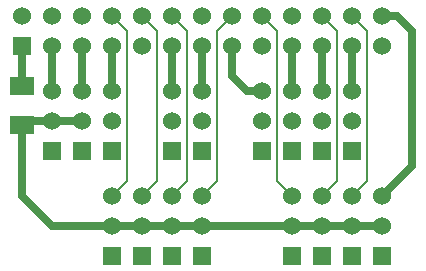
<source format=gtl>
G04 #@! TF.FileFunction,Copper,L1,Top,Signal*
%FSLAX46Y46*%
G04 Gerber Fmt 4.6, Leading zero omitted, Abs format (unit mm)*
G04 Created by KiCad (PCBNEW (after 2015-mar-04 BZR unknown)-product) date 6/20/2015 5:15:52 PM*
%MOMM*%
G01*
G04 APERTURE LIST*
%ADD10C,0.150000*%
%ADD11R,1.524000X1.524000*%
%ADD12C,1.524000*%
%ADD13R,2.032000X1.524000*%
%ADD14C,0.635000*%
%ADD15C,0.203200*%
%ADD16C,0.254000*%
G04 APERTURE END LIST*
D10*
D11*
X46990000Y-34290000D03*
D12*
X46990000Y-31750000D03*
X49530000Y-34290000D03*
X49530000Y-31750000D03*
X52070000Y-34290000D03*
X52070000Y-31750000D03*
X54610000Y-34290000D03*
X54610000Y-31750000D03*
X57150000Y-34290000D03*
X57150000Y-31750000D03*
X59690000Y-34290000D03*
X59690000Y-31750000D03*
X62230000Y-34290000D03*
X62230000Y-31750000D03*
X64770000Y-34290000D03*
X64770000Y-31750000D03*
X67310000Y-34290000D03*
X67310000Y-31750000D03*
X69850000Y-34290000D03*
X69850000Y-31750000D03*
X72390000Y-34290000D03*
X72390000Y-31750000D03*
X74930000Y-34290000D03*
X74930000Y-31750000D03*
X77470000Y-34290000D03*
X77470000Y-31750000D03*
D11*
X54610000Y-43180000D03*
D12*
X54610000Y-40640000D03*
X54610000Y-38100000D03*
D11*
X62230000Y-43180000D03*
D12*
X62230000Y-40640000D03*
X62230000Y-38100000D03*
D11*
X69850000Y-43180000D03*
D12*
X69850000Y-40640000D03*
X69850000Y-38100000D03*
D11*
X74930000Y-43180000D03*
D12*
X74930000Y-40640000D03*
X74930000Y-38100000D03*
D11*
X67310000Y-43180000D03*
D12*
X67310000Y-40640000D03*
X67310000Y-38100000D03*
D11*
X72390000Y-43180000D03*
D12*
X72390000Y-40640000D03*
X72390000Y-38100000D03*
D13*
X46990000Y-41021000D03*
X46990000Y-37719000D03*
D11*
X59690000Y-43180000D03*
D12*
X59690000Y-40640000D03*
X59690000Y-38100000D03*
D11*
X62230000Y-52070000D03*
D12*
X62230000Y-49530000D03*
X62230000Y-46990000D03*
D11*
X69850000Y-52070000D03*
D12*
X69850000Y-49530000D03*
X69850000Y-46990000D03*
D11*
X72390000Y-52070000D03*
D12*
X72390000Y-49530000D03*
X72390000Y-46990000D03*
D11*
X74930000Y-52070000D03*
D12*
X74930000Y-49530000D03*
X74930000Y-46990000D03*
D11*
X77470000Y-52070000D03*
D12*
X77470000Y-49530000D03*
X77470000Y-46990000D03*
D11*
X52070000Y-43180000D03*
D12*
X52070000Y-40640000D03*
X52070000Y-38100000D03*
D11*
X57150000Y-52070000D03*
D12*
X57150000Y-49530000D03*
X57150000Y-46990000D03*
D11*
X49530000Y-43180000D03*
D12*
X49530000Y-40640000D03*
X49530000Y-38100000D03*
D11*
X54610000Y-52070000D03*
D12*
X54610000Y-49530000D03*
X54610000Y-46990000D03*
D11*
X59690000Y-52070000D03*
D12*
X59690000Y-49530000D03*
X59690000Y-46990000D03*
D14*
X54610000Y-49530000D02*
X57150000Y-49530000D01*
X57150000Y-49530000D02*
X59690000Y-49530000D01*
X59690000Y-49530000D02*
X62230000Y-49530000D01*
X62230000Y-49530000D02*
X69850000Y-49530000D01*
X69850000Y-49530000D02*
X72390000Y-49530000D01*
X72390000Y-49530000D02*
X74930000Y-49530000D01*
X74930000Y-49530000D02*
X77470000Y-49530000D01*
X46990000Y-46990000D02*
X49530000Y-49530000D01*
X49530000Y-49530000D02*
X54610000Y-49530000D01*
X46990000Y-41021000D02*
X46990000Y-46990000D01*
X47371000Y-40640000D02*
X46990000Y-41021000D01*
X49530000Y-40640000D02*
X47371000Y-40640000D01*
X49530000Y-40640000D02*
X52070000Y-40640000D01*
X59690000Y-34290000D02*
X59690000Y-38100000D01*
D15*
X60960000Y-45720000D02*
X60960000Y-33020000D01*
X60960000Y-33020000D02*
X59690000Y-31750000D01*
X59690000Y-46990000D02*
X60960000Y-45720000D01*
D14*
X66040000Y-38100000D02*
X64770000Y-36830000D01*
X64770000Y-36830000D02*
X64770000Y-34290000D01*
X67310000Y-38100000D02*
X66040000Y-38100000D01*
D15*
X63500000Y-45720000D02*
X63500000Y-33020000D01*
X63500000Y-33020000D02*
X64770000Y-31750000D01*
X62230000Y-46990000D02*
X63500000Y-45720000D01*
X68580000Y-45720000D02*
X68580000Y-33020000D01*
X68580000Y-33020000D02*
X67310000Y-31750000D01*
X69850000Y-46990000D02*
X68580000Y-45720000D01*
X73660000Y-45720000D02*
X73660000Y-33020000D01*
X73660000Y-33020000D02*
X72390000Y-31750000D01*
X72390000Y-46990000D02*
X73660000Y-45720000D01*
D14*
X62230000Y-38100000D02*
X62230000Y-34290000D01*
X54610000Y-38100000D02*
X54610000Y-34290000D01*
D15*
X58420000Y-45720000D02*
X58420000Y-33020000D01*
X58420000Y-33020000D02*
X57150000Y-31750000D01*
X57150000Y-46990000D02*
X58420000Y-45720000D01*
D14*
X52070000Y-38100000D02*
X52070000Y-34290000D01*
X49530000Y-38100000D02*
X49530000Y-34290000D01*
D15*
X76200000Y-45720000D02*
X76200000Y-35560000D01*
X76200000Y-35560000D02*
X76200000Y-33020000D01*
X76200000Y-33020000D02*
X74930000Y-31750000D01*
X74930000Y-46990000D02*
X76200000Y-45720000D01*
D14*
X80010000Y-44450000D02*
X80010000Y-35560000D01*
X77470000Y-46990000D02*
X80010000Y-44450000D01*
X80010000Y-33020000D02*
X78740000Y-31750000D01*
X78740000Y-31750000D02*
X77470000Y-31750000D01*
X80010000Y-35560000D02*
X80010000Y-33020000D01*
X72390000Y-38100000D02*
X72390000Y-34290000D01*
X69850000Y-38100000D02*
X69850000Y-34290000D01*
X74930000Y-38100000D02*
X74930000Y-34290000D01*
D15*
X55880000Y-45720000D02*
X55880000Y-33020000D01*
X55880000Y-33020000D02*
X54610000Y-31750000D01*
X54610000Y-46990000D02*
X55880000Y-45720000D01*
D16*
X47286000Y-34267200D02*
X47286000Y-34902200D01*
D14*
X46990000Y-37719000D02*
X46990000Y-34290000D01*
M02*

</source>
